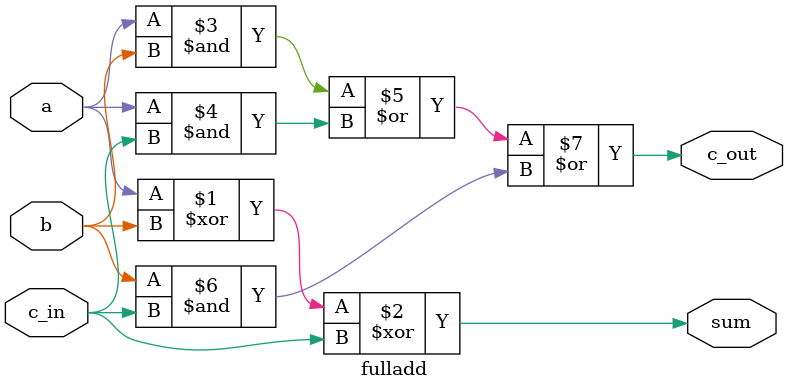
<source format=v>
module fulladd(sum, c_out, a, b, c_in);

// I/O declaration, wire type by default
output sum, c_out;
input a, b, c_in;

assign sum = a ^ b ^ c_in;
assign c_out = (a & b) | (a & c_in) | (b & c_in);

initial
begin
        $display("--------------Using dataflow model-----------------\n");
end

endmodule

</source>
